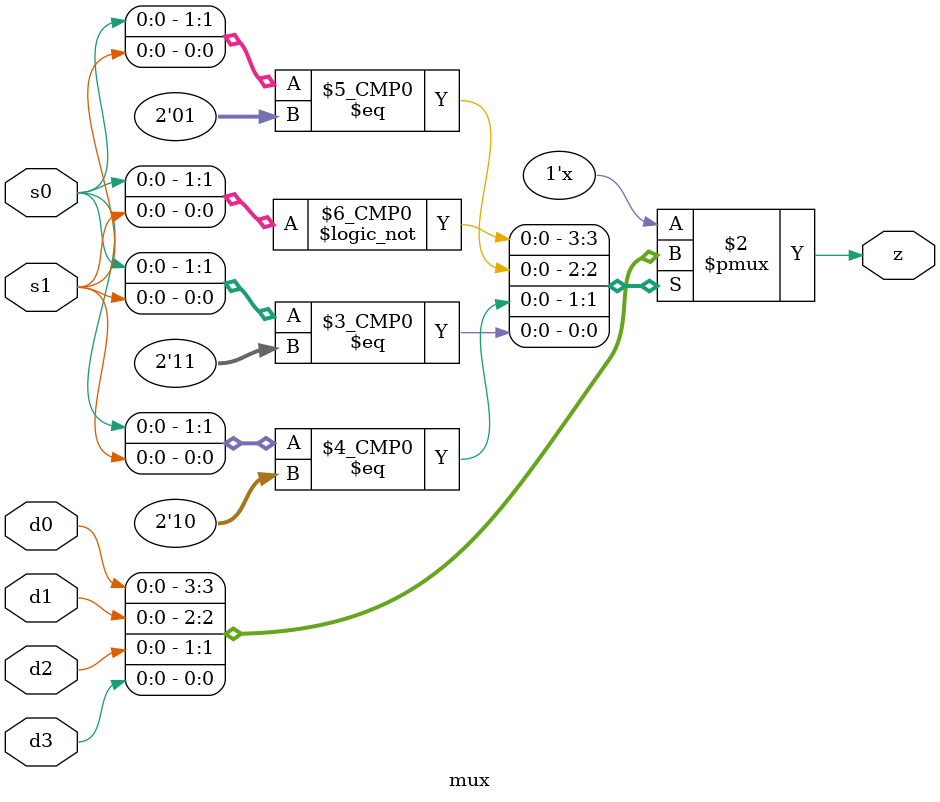
<source format=v>
`timescale 1ns / 1ps


module mux_fa(sum,cout,a,b,cin); 
output cout,sum; 
input a,b,cin; 
wire w1;
mux m1(.z(sum),.d0(cin),.d1(w1),.d2(w1),.d3(cin),.s0(a),.s1(b)); 
mux m2(.z(cout),.d0(0),.d1(cin),.d2(cin),.d3(1),.s0(a) ,.s1(b)); 
assign w1=~cin; 
endmodule 
module mux(z,d0,d1,d2,d3,s0,s1); 
input d0,d1,d2,d3,s0,s1; 
output z; 
reg z; 
always @(d0 or d1 or d2 or d3 or s0 or s1) 
 begin 
case({s0,s1}) 
2'b00: z<=d0; 
2'b01: z<=d1; 
2'b10: z<=d2; 
2'b11: z<=d3; 
endcase 
end 
endmodule
</source>
